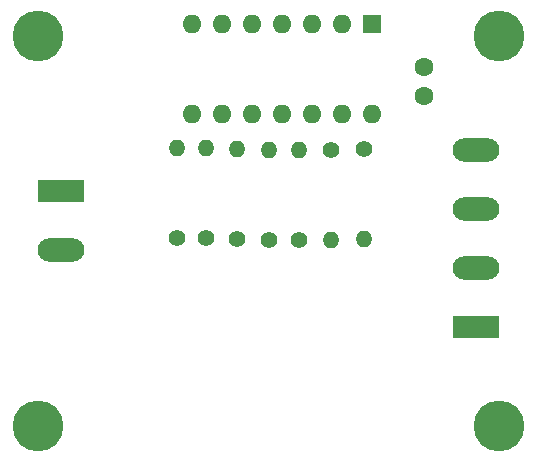
<source format=gbr>
%TF.GenerationSoftware,KiCad,Pcbnew,7.0.8*%
%TF.CreationDate,2024-05-03T13:39:42+02:00*%
%TF.ProjectId,menelaos-fix,6d656e65-6c61-46f7-932d-6669782e6b69,rev?*%
%TF.SameCoordinates,Original*%
%TF.FileFunction,Soldermask,Bot*%
%TF.FilePolarity,Negative*%
%FSLAX46Y46*%
G04 Gerber Fmt 4.6, Leading zero omitted, Abs format (unit mm)*
G04 Created by KiCad (PCBNEW 7.0.8) date 2024-05-03 13:39:42*
%MOMM*%
%LPD*%
G01*
G04 APERTURE LIST*
%ADD10C,1.400000*%
%ADD11O,1.400000X1.400000*%
%ADD12R,3.960000X1.980000*%
%ADD13O,3.960000X1.980000*%
%ADD14C,1.600000*%
%ADD15C,4.300000*%
%ADD16R,1.600000X1.600000*%
%ADD17O,1.600000X1.600000*%
G04 APERTURE END LIST*
D10*
%TO.C,R101*%
X223060000Y-74590000D03*
D11*
X223060000Y-82210000D03*
%TD*%
D12*
%TO.C,J101*%
X232500000Y-89670000D03*
D13*
X232500000Y-84670000D03*
X232500000Y-79670000D03*
X232500000Y-74670000D03*
%TD*%
D14*
%TO.C,C101*%
X228100000Y-70110000D03*
X228100000Y-67610000D03*
%TD*%
D10*
%TO.C,R105*%
X214970000Y-82250000D03*
D11*
X214970000Y-74630000D03*
%TD*%
D15*
%TO.C,H102*%
X234470000Y-64980000D03*
%TD*%
D10*
%TO.C,R103*%
X217550000Y-82290000D03*
D11*
X217550000Y-74670000D03*
%TD*%
D16*
%TO.C,U101*%
X223750000Y-63990000D03*
D17*
X221210000Y-63990000D03*
X218670000Y-63990000D03*
X216130000Y-63990000D03*
X213590000Y-63990000D03*
X211050000Y-63990000D03*
X208510000Y-63990000D03*
X208510000Y-71610000D03*
X211050000Y-71610000D03*
X213590000Y-71610000D03*
X216130000Y-71610000D03*
X218670000Y-71610000D03*
X221210000Y-71610000D03*
X223750000Y-71610000D03*
%TD*%
D10*
%TO.C,R102*%
X220240000Y-74660000D03*
D11*
X220240000Y-82280000D03*
%TD*%
D15*
%TO.C,H104*%
X195470000Y-97980000D03*
%TD*%
D12*
%TO.C,J102*%
X197400000Y-78140000D03*
D13*
X197400000Y-83140000D03*
%TD*%
D10*
%TO.C,R104*%
X209670000Y-82080000D03*
D11*
X209670000Y-74460000D03*
%TD*%
D15*
%TO.C,H103*%
X234470000Y-97980000D03*
%TD*%
D10*
%TO.C,R107*%
X212300000Y-82220000D03*
D11*
X212300000Y-74600000D03*
%TD*%
D10*
%TO.C,R106*%
X207200000Y-82090000D03*
D11*
X207200000Y-74470000D03*
%TD*%
D15*
%TO.C,H101*%
X195470000Y-64980000D03*
%TD*%
M02*

</source>
